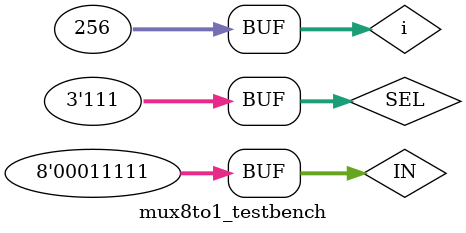
<source format=sv>
/* NAME					|	mux8to1.sv
	-------------------------------------------------------------------------------------------------
	DESCRIPTION       |  Selects a bit of data from a 8 bit input
 ---------------------------------------------------------------------------------------------------
	PARAMETERS			|	TYPE					|	DESCRIPTION					
 ---------------------------------------------------------------------------------------------------
	OUT		         |	OUTPUT 				|	1 bit of data from selected 8 bit input
	IN						|	INPUT	 [7:0]		|	Data to be muxed
	SEL					|	INPUT  [2:0]		| 	The selected bit location from the 8 bit input
	#################################################################################################
	AUTHOR            | Minhhue H Khuu
	ASSIGNMENT			| Lab 1: Register File
	CLASS					| EE 471
	DATE					| 01/16/2015
	#################################################################################################
*/ 
module mux8to1(IN, OUT, SEL);  

	// ports
	input [7:0] IN;
	input [2:0] SEL;
	output OUT;
	
	// wires
	wire [1:0] muxOut;
	
	// 4:1 mux
	mux4to1 mux41_0 (.IN(IN[3:0]), .OUT(muxOut[0]), .SEL(SEL[1:0]));
	mux4to1 mux41_1 (.IN(IN[7:4]), .OUT(muxOut[1]), .SEL(SEL[1:0]));
	
	// 2:1 mux
	mux2to1 mux21_2 (.IN(muxOut), .OUT(OUT), .SEL(SEL[2]));

endmodule  
  
  
// test
module mux8to1_testbench();  
	reg [7:0] IN;
	reg [2:0] SEL;
	wire OUT;   
   
	mux8to1 dut (.IN, .OUT, .SEL);   
	integer i;
	initial begin
		for(i=0; i<256; i++) begin
			{IN, SEL} = i; #10;
		end
	end
  

endmodule 
</source>
